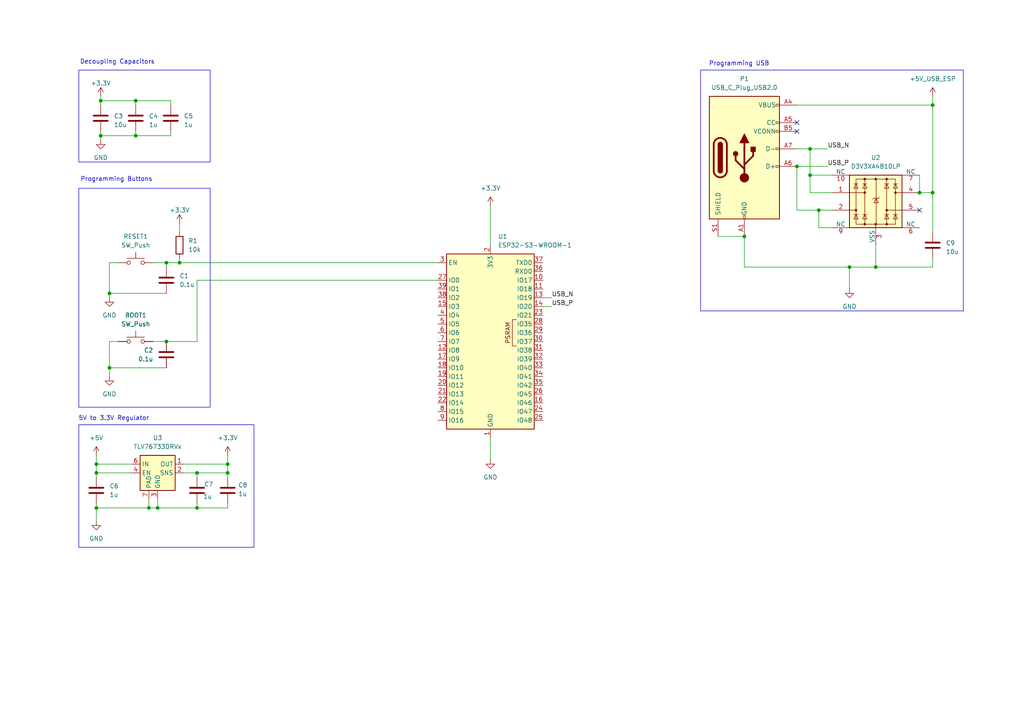
<source format=kicad_sch>
(kicad_sch (version 20231120) (generator "eeschema") (generator_version "8.0")
  (paper "A4")
  (lib_symbols
    (symbol "Connector:USB_C_Plug_USB2.0" (pin_names (offset 1.016))
      (property "Reference" "P" (at -10.16 19.05 0))
      (property "Value" "USB_C_Plug_USB2.0" (at 12.7 19.05 0))
      (symbol "USB_C_Plug_USB2.0_0_0"
        (rectangle (start -0.254 -17.78) (end 0.254 -16.764))
        (rectangle (start 10.16 -2.286) (end 9.144 -2.794))
        (rectangle (start 10.16 2.794) (end 9.144 2.286))
        (rectangle (start 10.16 7.874) (end 9.144 7.366))
        (rectangle (start 10.16 10.414) (end 9.144 9.906))
        (rectangle (start 10.16 15.494) (end 9.144 14.986))
      )
      (symbol "USB_C_Plug_USB2.0_0_1"
        (rectangle (start -10.16 17.78) (end 10.16 -17.78) (stroke (width 0.254)) (fill (type background)))
        (arc (start -8.89 -3.81) (mid -6.985 -5.7067) (end -5.08 -3.81) (stroke (width 0.508)))
        (arc (start -7.62 -3.81) (mid -6.985 -4.4423) (end -6.35 -3.81) (stroke (width 0.254)))
        (arc (start -7.62 -3.81) (mid -6.985 -4.4423) (end -6.35 -3.81) (stroke (width 0.254)) (fill (type outline)))
        (rectangle (start -7.62 -3.81) (end -6.35 3.81) (stroke (width 0.254)) (fill (type outline)))
        (arc (start -6.35 3.81) (mid -6.985 4.4423) (end -7.62 3.81) (stroke (width 0.254)))
        (arc (start -6.35 3.81) (mid -6.985 4.4423) (end -7.62 3.81) (stroke (width 0.254)) (fill (type outline)))
        (arc (start -5.08 3.81) (mid -6.985 5.7067) (end -8.89 3.81) (stroke (width 0.508)))
        (circle (center -2.54 1.143) (radius 0.635) (stroke (width 0.254)) (fill (type outline)))
        (circle (center 0 -5.842) (radius 1.27) (fill (type outline)))
        (polyline (pts (xy -8.89 -3.81) (xy -8.89 3.81)) (stroke (width 0.508)))
        (polyline (pts (xy -5.08 3.81) (xy -5.08 -3.81)) (stroke (width 0.508)))
        (polyline (pts (xy 0 -5.842) (xy 0 4.318)) (stroke (width 0.508)))
        (polyline (pts (xy 0 -3.302) (xy -2.54 -0.762) (xy -2.54 0.508)) (stroke (width 0.508)))
        (polyline (pts (xy 0 -2.032) (xy 2.54 0.508) (xy 2.54 1.778)) (stroke (width 0.508)))
        (polyline (pts (xy -1.27 4.318) (xy 0 6.858) (xy 1.27 4.318) (xy -1.27 4.318)) (stroke (width 0.254)) (fill (type outline)))
        (rectangle (start 1.905 1.778) (end 3.175 3.048) (stroke (width 0.254)) (fill (type outline)))
      )
      (symbol "USB_C_Plug_USB2.0_1_1"
        (pin passive line (at 0 -22.86 90) (length 5.08) (name "GND") (number "A1"))
        (pin passive line (at 0 -22.86 90) (length 5.08) hide (name "GND") (number "A12"))
        (pin passive line (at 15.24 15.24 180) (length 5.08) (name "VBUS") (number "A4"))
        (pin bidirectional line (at 15.24 10.16 180) (length 5.08) (name "CC") (number "A5"))
        (pin bidirectional line (at 15.24 -2.54 180) (length 5.08) (name "D+") (number "A6"))
        (pin bidirectional line (at 15.24 2.54 180) (length 5.08) (name "D-") (number "A7"))
        (pin passive line (at 15.24 15.24 180) (length 5.08) hide (name "VBUS") (number "A9"))
        (pin passive line (at 0 -22.86 90) (length 5.08) hide (name "GND") (number "B1"))
        (pin passive line (at 0 -22.86 90) (length 5.08) hide (name "GND") (number "B12"))
        (pin passive line (at 15.24 15.24 180) (length 5.08) hide (name "VBUS") (number "B4"))
        (pin bidirectional line (at 15.24 7.62 180) (length 5.08) (name "VCONN") (number "B5"))
        (pin passive line (at 15.24 15.24 180) (length 5.08) hide (name "VBUS") (number "B9"))
        (pin passive line (at -7.62 -22.86 90) (length 5.08) (name "SHIELD") (number "S1"))
      )
    )
    (symbol "Device:C" (pin_numbers hide) (pin_names (offset 0.254))
      (property "Reference" "C" (at 0.635 2.54 0))
      (property "Value" "C" (at 0.635 -2.54 0))
      (symbol "C_0_1"
        (polyline (pts (xy -2.032 -0.762) (xy 2.032 -0.762)) (stroke (width 0.508)))
        (polyline (pts (xy -2.032 0.762) (xy 2.032 0.762)) (stroke (width 0.508)))
      )
      (symbol "C_1_1"
        (pin passive line (at 0 3.81 270) (length 2.794) (name "~") (number "1"))
        (pin passive line (at 0 -3.81 90) (length 2.794) (name "~") (number "2"))
      )
    )
    (symbol "Device:R" (pin_numbers hide) (pin_names (offset 0))
      (property "Reference" "R" (at 2.032 0 90))
      (property "Value" "R" (at 0 0 90))
      (symbol "R_0_1"
        (rectangle (start -1.016 -2.54) (end 1.016 2.54) (stroke (width 0.254)))
      )
      (symbol "R_1_1"
        (pin passive line (at 0 3.81 270) (length 1.27) (name "~") (number "1"))
        (pin passive line (at 0 -3.81 90) (length 1.27) (name "~") (number "2"))
      )
    )
    (symbol "GND_1" (power) (pin_numbers hide) (pin_names (offset 0) hide)
      (property "Value" "GND" (at 0 -3.81 0))
      (symbol "GND_1_0_1"
        (polyline (pts (xy 0 0) (xy 0 -1.27) (xy 1.27 -1.27) (xy 0 -2.54) (xy -1.27 -1.27) (xy 0 -1.27)))
      )
      (symbol "GND_1_1_1"
        (pin power_in line (at 0 0 270) (length 0) (name "~") (number "1"))
      )
    )
    (symbol "Power_Protection:D3V3XA4B10LP" (pin_names (offset 0))
      (property "Reference" "U" (at -0.635 8.89 0))
      (property "Value" "D3V3XA4B10LP" (at 8.89 -10.16 0))
      (symbol "D3V3XA4B10LP_0_0"
        (rectangle (start -5.715 6.477) (end 5.715 -6.604))
        (polyline (pts (xy -3.175 -6.604) (xy -3.175 6.477)))
        (polyline (pts (xy 0.127 6.477) (xy 0.127 -6.604)))
        (polyline (pts (xy 3.175 6.477) (xy 3.175 -6.604)))
      )
      (symbol "D3V3XA4B10LP_0_1"
        (rectangle (start -7.62 7.62) (end 7.62 -7.62) (stroke (width 0.254)) (fill (type background)))
        (circle (center -5.715 -2.54) (radius 0.2794) (fill (type outline)))
        (circle (center -3.175 -6.604) (radius 0.2794) (fill (type outline)))
        (circle (center -3.175 2.54) (radius 0.2794) (fill (type outline)))
        (circle (center -3.175 6.477) (radius 0.2794) (fill (type outline)))
        (circle (center 0 -6.604) (radius 0.2794) (fill (type outline)))
        (polyline (pts (xy -7.747 2.54) (xy -3.175 2.54)))
        (polyline (pts (xy -7.62 -2.54) (xy -5.715 -2.54)))
        (polyline (pts (xy -5.08 -3.81) (xy -6.35 -3.81)))
        (polyline (pts (xy -5.08 5.08) (xy -6.35 5.08)))
        (polyline (pts (xy -2.54 -3.81) (xy -3.81 -3.81)))
        (polyline (pts (xy -2.54 5.08) (xy -3.81 5.08)))
        (polyline (pts (xy -0.508 0.889) (xy -0.889 0.635)))
        (polyline (pts (xy 0 -6.604) (xy 0 -7.62)))
        (polyline (pts (xy 0.762 0.889) (xy -0.508 0.889)))
        (polyline (pts (xy 0.762 0.889) (xy 1.143 1.143)))
        (polyline (pts (xy 3.81 -3.81) (xy 2.54 -3.81)))
        (polyline (pts (xy 3.81 5.08) (xy 2.54 5.08)))
        (polyline (pts (xy 6.35 -3.81) (xy 5.08 -3.81)))
        (polyline (pts (xy 6.35 5.08) (xy 5.08 5.08)))
        (polyline (pts (xy 7.62 -2.54) (xy 3.175 -2.54)))
        (polyline (pts (xy 7.62 2.54) (xy 5.715 2.54)))
        (polyline (pts (xy -5.08 -5.08) (xy -6.35 -5.08) (xy -5.715 -3.81) (xy -5.08 -5.08)))
        (polyline (pts (xy -5.08 3.81) (xy -6.35 3.81) (xy -5.715 5.08) (xy -5.08 3.81)))
        (polyline (pts (xy -2.54 -5.08) (xy -3.81 -5.08) (xy -3.175 -3.81) (xy -2.54 -5.08)))
        (polyline (pts (xy -2.54 3.81) (xy -3.81 3.81) (xy -3.175 5.08) (xy -2.54 3.81)))
        (polyline (pts (xy 0.762 -0.381) (xy -0.508 -0.381) (xy 0.127 0.889) (xy 0.762 -0.381)))
        (polyline (pts (xy 3.81 -5.08) (xy 2.54 -5.08) (xy 3.175 -3.81) (xy 3.81 -5.08)))
        (polyline (pts (xy 3.81 3.81) (xy 2.54 3.81) (xy 3.175 5.08) (xy 3.81 3.81)))
        (polyline (pts (xy 6.35 -5.08) (xy 5.08 -5.08) (xy 5.715 -3.81) (xy 6.35 -5.08)))
        (polyline (pts (xy 6.35 3.81) (xy 5.08 3.81) (xy 5.715 5.08) (xy 6.35 3.81)))
        (circle (center 0 6.477) (radius 0.2794) (fill (type outline)))
        (circle (center 3.175 -6.604) (radius 0.2794) (fill (type outline)))
        (circle (center 3.175 -2.54) (radius 0.2794) (fill (type outline)))
        (circle (center 3.175 6.477) (radius 0.2794) (fill (type outline)))
        (circle (center 5.715 2.54) (radius 0.2794) (fill (type outline)))
      )
      (symbol "D3V3XA4B10LP_1_1"
        (pin passive line (at -12.7 2.54 0) (length 5.08) (name "~") (number "1"))
        (pin free line (at -12.7 7.62 0) (length 5.08) (name "NC") (number "10"))
        (pin passive line (at -12.7 -2.54 0) (length 5.08) (name "~") (number "2"))
        (pin power_in line (at 0 -12.7 90) (length 5.08) (name "VSS") (number "3"))
        (pin passive line (at 12.7 2.54 180) (length 5.08) (name "~") (number "4"))
        (pin passive line (at 12.7 -2.54 180) (length 5.08) (name "~") (number "5"))
        (pin free line (at 12.7 -7.62 180) (length 5.08) (name "NC") (number "6"))
        (pin free line (at 12.7 7.62 180) (length 5.08) (name "NC") (number "7"))
        (pin passive line (at 0 -12.7 90) (length 5.08) hide (name "VSS") (number "8"))
        (pin free line (at -12.7 -7.62 0) (length 5.08) (name "NC") (number "9"))
      )
    )
    (symbol "RF_Module:ESP32-S3-WROOM-1"
      (property "Reference" "U" (at -12.7 26.67 0))
      (property "Value" "ESP32-S3-WROOM-1" (at 12.7 26.67 0))
      (symbol "ESP32-S3-WROOM-1_0_0"
        (rectangle (start -12.7 25.4) (end 12.7 -25.4) (stroke (width 0.254)) (fill (type background)))
        (text "PSRAM" (at 5.08 2.54 900) (effects (font (size 1.27 1.27))))
      )
      (symbol "ESP32-S3-WROOM-1_0_1"
        (polyline (pts (xy 7.62 -1.27) (xy 6.35 -1.27) (xy 6.35 6.35) (xy 7.62 6.35)))
      )
      (symbol "ESP32-S3-WROOM-1_1_1"
        (pin power_in line (at 0 -27.94 90) (length 2.54) (name "GND") (number "1"))
        (pin bidirectional line (at 15.24 17.78 180) (length 2.54) (name "IO17") (number "10"))
        (pin bidirectional line (at 15.24 15.24 180) (length 2.54) (name "IO18") (number "11"))
        (pin bidirectional line (at -15.24 -2.54 0) (length 2.54) (name "IO8") (number "12"))
        (pin bidirectional line (at 15.24 12.7 180) (length 2.54) (name "IO19") (number "13"))
        (pin bidirectional line (at 15.24 10.16 180) (length 2.54) (name "IO20") (number "14"))
        (pin bidirectional line (at -15.24 10.16 0) (length 2.54) (name "IO3") (number "15"))
        (pin bidirectional line (at 15.24 -17.78 180) (length 2.54) (name "IO46") (number "16"))
        (pin bidirectional line (at -15.24 -5.08 0) (length 2.54) (name "IO9") (number "17"))
        (pin bidirectional line (at -15.24 -7.62 0) (length 2.54) (name "IO10") (number "18"))
        (pin bidirectional line (at -15.24 -10.16 0) (length 2.54) (name "IO11") (number "19"))
        (pin power_in line (at 0 27.94 270) (length 2.54) (name "3V3") (number "2"))
        (pin bidirectional line (at -15.24 -12.7 0) (length 2.54) (name "IO12") (number "20"))
        (pin bidirectional line (at -15.24 -15.24 0) (length 2.54) (name "IO13") (number "21"))
        (pin bidirectional line (at -15.24 -17.78 0) (length 2.54) (name "IO14") (number "22"))
        (pin bidirectional line (at 15.24 7.62 180) (length 2.54) (name "IO21") (number "23"))
        (pin bidirectional line (at 15.24 -20.32 180) (length 2.54) (name "IO47") (number "24"))
        (pin bidirectional line (at 15.24 -22.86 180) (length 2.54) (name "IO48") (number "25"))
        (pin bidirectional line (at 15.24 -15.24 180) (length 2.54) (name "IO45") (number "26"))
        (pin bidirectional line (at -15.24 17.78 0) (length 2.54) (name "IO0") (number "27"))
        (pin bidirectional line (at 15.24 5.08 180) (length 2.54) (name "IO35") (number "28"))
        (pin bidirectional line (at 15.24 2.54 180) (length 2.54) (name "IO36") (number "29"))
        (pin input line (at -15.24 22.86 0) (length 2.54) (name "EN") (number "3"))
        (pin bidirectional line (at 15.24 0 180) (length 2.54) (name "IO37") (number "30"))
        (pin bidirectional line (at 15.24 -2.54 180) (length 2.54) (name "IO38") (number "31"))
        (pin bidirectional line (at 15.24 -5.08 180) (length 2.54) (name "IO39") (number "32"))
        (pin bidirectional line (at 15.24 -7.62 180) (length 2.54) (name "IO40") (number "33"))
        (pin bidirectional line (at 15.24 -10.16 180) (length 2.54) (name "IO41") (number "34"))
        (pin bidirectional line (at 15.24 -12.7 180) (length 2.54) (name "IO42") (number "35"))
        (pin bidirectional line (at 15.24 20.32 180) (length 2.54) (name "RXD0") (number "36"))
        (pin bidirectional line (at 15.24 22.86 180) (length 2.54) (name "TXD0") (number "37"))
        (pin bidirectional line (at -15.24 12.7 0) (length 2.54) (name "IO2") (number "38"))
        (pin bidirectional line (at -15.24 15.24 0) (length 2.54) (name "IO1") (number "39"))
        (pin bidirectional line (at -15.24 7.62 0) (length 2.54) (name "IO4") (number "4"))
        (pin passive line (at 0 -27.94 90) (length 2.54) hide (name "GND") (number "40"))
        (pin passive line (at 0 -27.94 90) (length 2.54) hide (name "GND") (number "41"))
        (pin bidirectional line (at -15.24 5.08 0) (length 2.54) (name "IO5") (number "5"))
        (pin bidirectional line (at -15.24 2.54 0) (length 2.54) (name "IO6") (number "6"))
        (pin bidirectional line (at -15.24 0 0) (length 2.54) (name "IO7") (number "7"))
        (pin bidirectional line (at -15.24 -20.32 0) (length 2.54) (name "IO15") (number "8"))
        (pin bidirectional line (at -15.24 -22.86 0) (length 2.54) (name "IO16") (number "9"))
      )
    )
    (symbol "Regulator_Linear:TLV76733DRVx"
      (property "Reference" "U" (at 0 8.89 0))
      (property "Value" "TLV76733DRVx" (at 0 6.35 0))
      (symbol "TLV76733DRVx_0_1"
        (rectangle (start -5.08 -5.08) (end 5.08 5.08) (stroke (width 0.254)) (fill (type background)))
      )
      (symbol "TLV76733DRVx_1_1"
        (pin power_out line (at 7.62 2.54 180) (length 2.54) (name "OUT") (number "1"))
        (pin input line (at 7.62 0 180) (length 2.54) (name "SNS") (number "2"))
        (pin power_in line (at 0 -7.62 90) (length 2.54) (name "GND") (number "3"))
        (pin input line (at -7.62 0 0) (length 2.54) (name "EN") (number "4"))
        (pin passive line (at 0 -7.62 90) (length 2.54) hide (name "GND") (number "5"))
        (pin power_in line (at -7.62 2.54 0) (length 2.54) (name "IN") (number "6"))
        (pin passive line (at -2.54 -7.62 90) (length 2.54) (name "PAD") (number "7"))
      )
    )
    (symbol "Switch:SW_Push" (pin_numbers hide) (pin_names (offset 1.016) hide)
      (property "Reference" "SW" (at 1.27 2.54 0))
      (property "Value" "SW_Push" (at 0 -1.524 0))
      (symbol "SW_Push_0_1"
        (circle (center -2.032 0) (radius 0.508))
        (polyline (pts (xy 0 1.27) (xy 0 3.048)))
        (polyline (pts (xy 2.54 1.27) (xy -2.54 1.27)))
        (circle (center 2.032 0) (radius 0.508))
        (pin passive line (at -5.08 0 0) (length 2.54) (name "1") (number "1"))
        (pin passive line (at 5.08 0 180) (length 2.54) (name "2") (number "2"))
      )
    )
    (symbol "power:+3.3V" (power) (pin_numbers hide) (pin_names (offset 0) hide)
      (property "Value" "+3.3V" (at 0 3.556 0))
      (symbol "+3.3V_0_1"
        (polyline (pts (xy -0.762 1.27) (xy 0 2.54)))
        (polyline (pts (xy 0 0) (xy 0 2.54)))
        (polyline (pts (xy 0 2.54) (xy 0.762 1.27)))
      )
      (symbol "+3.3V_1_1"
        (pin power_in line (at 0 0 90) (length 0) (name "~") (number "1"))
      )
    )
    (symbol "power:+5V" (power) (pin_numbers hide) (pin_names (offset 0) hide)
      (property "Value" "+5V" (at 0 3.556 0))
      (symbol "+5V_0_1"
        (polyline (pts (xy -0.762 1.27) (xy 0 2.54)))
        (polyline (pts (xy 0 0) (xy 0 2.54)))
        (polyline (pts (xy 0 2.54) (xy 0.762 1.27)))
      )
      (symbol "+5V_1_1"
        (pin power_in line (at 0 0 90) (length 0) (name "~") (number "1"))
      )
    )
    (symbol "power:GND" (power) (pin_numbers hide) (pin_names (offset 0) hide)
      (property "Value" "GND" (at 0 -3.81 0))
      (symbol "GND_0_1"
        (polyline (pts (xy 0 0) (xy 0 -1.27) (xy 1.27 -1.27) (xy 0 -2.54) (xy -1.27 -1.27) (xy 0 -1.27)))
      )
      (symbol "GND_1_1"
        (pin power_in line (at 0 0 270) (length 0) (name "~") (number "1"))
      )
    )
  )
  (junction (at 270.51 30.48))
  (junction (at 45.72 147.32))
  (junction (at 57.15 137.16))
  (junction (at 57.15 147.32))
  (junction (at 27.94 147.32))
  (junction (at 52.07 76.2))
  (junction (at 215.9 68.58))
  (junction (at 39.37 39.37))
  (junction (at 31.75 106.68))
  (junction (at 266.7 55.88))
  (junction (at 43.18 147.32))
  (junction (at 27.94 137.16))
  (junction (at 29.21 29.21))
  (junction (at 254 77.47))
  (junction (at 31.75 85.09))
  (junction (at 29.21 39.37))
  (junction (at 234.95 50.8))
  (junction (at 48.26 99.06))
  (junction (at 39.37 29.21))
  (junction (at 237.49 60.96))
  (junction (at 270.51 55.88))
  (junction (at 246.38 77.47))
  (junction (at 66.04 137.16))
  (junction (at 27.94 134.62))
  (junction (at 231.14 48.26))
  (junction (at 66.04 134.62))
  (junction (at 234.95 43.18))
  (junction (at 48.26 76.2))
  (no_connect (at 266.7 60.96))
  (no_connect (at 231.14 38.1))
  (no_connect (at 231.14 35.56))
  (wire (pts (xy 27.94 146.05) (xy 27.94 147.32)))
  (wire (pts (xy 234.95 55.88) (xy 241.3 55.88)))
  (wire (pts (xy 39.37 39.37) (xy 49.53 39.37)))
  (wire (pts (xy 27.94 138.43) (xy 27.94 137.16)))
  (wire (pts (xy 49.53 29.21) (xy 49.53 30.48)))
  (wire (pts (xy 270.51 77.47) (xy 254 77.47)))
  (wire (pts (xy 31.75 106.68) (xy 31.75 109.22)))
  (wire (pts (xy 234.95 43.18) (xy 234.95 50.8)))
  (wire (pts (xy 57.15 99.06) (xy 57.15 81.28)))
  (wire (pts (xy 31.75 86.36) (xy 31.75 85.09)))
  (wire (pts (xy 27.94 137.16) (xy 38.1 137.16)))
  (wire (pts (xy 45.72 147.32) (xy 57.15 147.32)))
  (wire (pts (xy 39.37 29.21) (xy 39.37 30.48)))
  (wire (pts (xy 48.26 99.06) (xy 44.45 99.06)))
  (wire (pts (xy 231.14 43.18) (xy 234.95 43.18)))
  (wire (pts (xy 57.15 147.32) (xy 66.04 147.32)))
  (wire (pts (xy 29.21 29.21) (xy 29.21 30.48)))
  (wire (pts (xy 48.26 76.2) (xy 52.07 76.2)))
  (wire (pts (xy 237.49 66.04) (xy 241.3 66.04)))
  (wire (pts (xy 31.75 99.06) (xy 34.29 99.06)))
  (wire (pts (xy 57.15 137.16) (xy 66.04 137.16)))
  (wire (pts (xy 29.21 39.37) (xy 39.37 39.37)))
  (wire (pts (xy 234.95 50.8) (xy 241.3 50.8)))
  (wire (pts (xy 66.04 134.62) (xy 66.04 137.16)))
  (wire (pts (xy 254 71.12) (xy 254 77.47)))
  (wire (pts (xy 39.37 29.21) (xy 49.53 29.21)))
  (wire (pts (xy 270.51 55.88) (xy 270.51 67.31)))
  (wire (pts (xy 48.26 76.2) (xy 48.26 77.47)))
  (wire (pts (xy 31.75 99.06) (xy 31.75 106.68)))
  (wire (pts (xy 27.94 147.32) (xy 43.18 147.32)))
  (wire (pts (xy 215.9 68.58) (xy 215.9 77.47)))
  (wire (pts (xy 215.9 77.47) (xy 246.38 77.47)))
  (wire (pts (xy 266.7 50.8) (xy 266.7 55.88)))
  (wire (pts (xy 27.94 151.13) (xy 27.94 147.32)))
  (wire (pts (xy 237.49 60.96) (xy 241.3 60.96)))
  (wire (pts (xy 27.94 137.16) (xy 27.94 134.62)))
  (wire (pts (xy 53.34 134.62) (xy 66.04 134.62)))
  (wire (pts (xy 57.15 81.28) (xy 127 81.28)))
  (wire (pts (xy 45.72 144.78) (xy 45.72 147.32)))
  (wire (pts (xy 52.07 64.77) (xy 52.07 67.31)))
  (wire (pts (xy 266.7 55.88) (xy 270.51 55.88)))
  (wire (pts (xy 66.04 138.43) (xy 66.04 137.16)))
  (wire (pts (xy 29.21 40.64) (xy 29.21 39.37)))
  (wire (pts (xy 237.49 60.96) (xy 237.49 66.04)))
  (wire (pts (xy 231.14 30.48) (xy 270.51 30.48)))
  (wire (pts (xy 29.21 38.1) (xy 29.21 39.37)))
  (wire (pts (xy 31.75 76.2) (xy 34.29 76.2)))
  (wire (pts (xy 57.15 138.43) (xy 57.15 137.16)))
  (wire (pts (xy 254 77.47) (xy 246.38 77.47)))
  (wire (pts (xy 270.51 27.94) (xy 270.51 30.48)))
  (wire (pts (xy 246.38 77.47) (xy 246.38 83.82)))
  (wire (pts (xy 142.24 59.69) (xy 142.24 71.12)))
  (wire (pts (xy 43.18 147.32) (xy 45.72 147.32)))
  (wire (pts (xy 57.15 147.32) (xy 57.15 146.05)))
  (wire (pts (xy 27.94 134.62) (xy 27.94 132.08)))
  (wire (pts (xy 234.95 43.18) (xy 240.03 43.18)))
  (wire (pts (xy 43.18 144.78) (xy 43.18 147.32)))
  (wire (pts (xy 27.94 134.62) (xy 38.1 134.62)))
  (wire (pts (xy 31.75 85.09) (xy 48.26 85.09)))
  (wire (pts (xy 66.04 147.32) (xy 66.04 146.05)))
  (wire (pts (xy 66.04 132.08) (xy 66.04 134.62)))
  (wire (pts (xy 53.34 137.16) (xy 57.15 137.16)))
  (wire (pts (xy 31.75 106.68) (xy 48.26 106.68)))
  (wire (pts (xy 31.75 76.2) (xy 31.75 85.09)))
  (wire (pts (xy 48.26 99.06) (xy 57.15 99.06)))
  (wire (pts (xy 49.53 38.1) (xy 49.53 39.37)))
  (wire (pts (xy 29.21 27.94) (xy 29.21 29.21)))
  (wire (pts (xy 52.07 76.2) (xy 127 76.2)))
  (wire (pts (xy 270.51 55.88) (xy 270.51 30.48)))
  (wire (pts (xy 231.14 48.26) (xy 231.14 60.96)))
  (wire (pts (xy 231.14 60.96) (xy 237.49 60.96)))
  (wire (pts (xy 44.45 76.2) (xy 48.26 76.2)))
  (wire (pts (xy 39.37 38.1) (xy 39.37 39.37)))
  (wire (pts (xy 270.51 74.93) (xy 270.51 77.47)))
  (wire (pts (xy 29.21 29.21) (xy 39.37 29.21)))
  (wire (pts (xy 208.28 68.58) (xy 215.9 68.58)))
  (wire (pts (xy 142.24 127) (xy 142.24 133.35)))
  (wire (pts (xy 231.14 48.26) (xy 240.03 48.26)))
  (wire (pts (xy 157.48 88.9) (xy 160.02 88.9)))
  (wire (pts (xy 157.48 86.36) (xy 160.02 86.36)))
  (wire (pts (xy 52.07 74.93) (xy 52.07 76.2)))
  (wire (pts (xy 234.95 50.8) (xy 234.95 55.88)))
  (rectangle (start 22.86 123.19) (end 73.66 158.75))
  (rectangle (start 22.86 54.61) (end 60.96 118.11))
  (rectangle (start 22.86 20.32) (end 60.96 46.99))
  (rectangle (start 203.2 20.32) (end 279.4 90.17))
  (text "5V to 3.3V Regulator" (at 33.02 121.412 0) (effects (font (size 1.27 1.27))))
  (text "Programming USB" (at 214.376 18.542 0) (effects (font (size 1.27 1.27))))
  (text "Programming Buttons" (at 33.782 52.07 0) (effects (font (size 1.27 1.27))))
  (text "Decoupling Capacitors\n" (at 34.036 18.034 0) (effects (font (size 1.27 1.27))))
  (label "USB_N" (at 160.02 86.36 0))
  (label "USB_P" (at 160.02 88.9 0))
  (label "USB_N" (at 240.03 43.18 0))
  (label "USB_P" (at 240.03 48.26 0))
  (symbol (lib_id "power:+5V") (at 27.94 132.08 0) (unit 1)
    (property "Reference" "#PWR09" (effects (hide yes)))
    (property "Value" "+5V" (at 27.94 127 0))
    (property "Description" "Power symbol creates a global label with name \"+5V\"" (effects (hide yes)))
  )
  (symbol (lib_id "power:+3.3V") (at 29.21 27.94 0) (unit 1)
    (property "Reference" "#PWR06" (effects (hide yes)))
    (property "Value" "+3.3V" (at 29.21 24.13 0))
  )
  (symbol (lib_id "power:GND") (at 29.21 40.64 0) (unit 1)
    (property "Reference" "#PWR07" (effects (hide yes)))
    (property "Value" "GND" (at 29.21 45.72 0))
  )
  (symbol (lib_id "Device:C") (at 48.26 102.87 0) (mirror y) (unit 1)
    (property "Reference" "C2" (at 44.45 101.5999 0) (effects (justify left)))
    (property "Value" "0.1u" (at 44.45 104.1399 0) (effects (justify left)))
    (property "Footprint" "Capacitor_SMD:C_0805_2012Metric" (effects (hide yes)))
    (property "Description" "Unpolarized capacitor" (effects (hide yes)))
  )
  (symbol (lib_id "Device:C") (at 27.94 142.24 0) (unit 1)
    (property "Reference" "C6" (at 31.75 140.9699 0) (effects (justify left)))
    (property "Value" "1u" (at 31.75 143.5099 0) (effects (justify left)))
    (property "Footprint" "Capacitor_SMD:C_0805_2012Metric" (effects (hide yes)))
    (property "Description" "Unpolarized capacitor" (effects (hide yes)))
  )
  (symbol (lib_name "GND_1") (lib_id "power:GND") (at 31.75 86.36 0) (unit 1)
    (property "Reference" "#PWR03" (effects (hide yes)))
    (property "Value" "GND" (at 31.75 91.44 0))
    (property "Description" "Power symbol creates a global label with name \"GND\" , ground" (effects (hide yes)))
  )
  (symbol (lib_id "Device:C") (at 66.04 142.24 0) (unit 1)
    (property "Reference" "C8" (at 69.088 140.716 0) (effects (justify left)))
    (property "Value" "1u" (at 69.088 143.256 0) (effects (justify left)))
    (property "Footprint" "Capacitor_SMD:C_0805_2012Metric" (effects (hide yes)))
    (property "Description" "Unpolarized capacitor" (effects (hide yes)))
  )
  (symbol (lib_id "Device:C") (at 49.53 34.29 0) (unit 1)
    (property "Reference" "C5" (at 53.34 33.655 0) (effects (justify left)))
    (property "Value" "1u" (at 53.34 36.195 0) (effects (justify left)))
    (property "Footprint" "Capacitor_SMD:C_0805_2012Metric" (effects (hide yes)))
  )
  (symbol (lib_id "Switch:SW_Push") (at 39.37 99.06 0) (mirror y) (unit 1)
    (property "Reference" "BOOT1" (at 39.37 91.44 0))
    (property "Value" "SW_Push" (at 39.37 93.98 0))
    (property "Footprint" "Button_Switch_SMD:SW_SPST_EVPBF" (effects (hide yes)))
    (property "Description" "Push button switch, generic, two pins" (effects (hide yes)))
  )
  (symbol (lib_name "GND_1") (lib_id "power:GND") (at 31.75 109.22 0) (unit 1)
    (property "Reference" "#PWR04" (effects (hide yes)))
    (property "Value" "GND" (at 31.75 114.3 0))
    (property "Description" "Power symbol creates a global label with name \"GND\" , ground" (effects (hide yes)))
  )
  (symbol (lib_id "power:+3.3V") (at 66.04 132.08 0) (unit 1)
    (property "Reference" "#PWR011" (effects (hide yes)))
    (property "Value" "+3.3V" (at 66.04 127 0))
    (property "Description" "Power symbol creates a global label with name \"+3.3V\"" (effects (hide yes)))
  )
  (symbol (lib_name "GND_1") (lib_id "power:GND") (at 27.94 151.13 0) (unit 1)
    (property "Reference" "#PWR010" (effects (hide yes)))
    (property "Value" "GND" (at 27.94 156.21 0))
    (property "Description" "Power symbol creates a global label with name \"GND\" , ground" (effects (hide yes)))
  )
  (symbol (lib_id "Device:C") (at 57.15 142.24 0) (unit 1)
    (property "Reference" "C7" (at 59.182 140.462 0) (effects (justify left)))
    (property "Value" "1u" (at 58.928 144.018 0) (effects (justify left)))
    (property "Footprint" "Capacitor_SMD:C_0805_2012Metric" (effects (hide yes)))
    (property "Description" "Unpolarized capacitor" (effects (hide yes)))
  )
  (symbol (lib_id "Device:C") (at 29.21 34.29 0) (unit 1)
    (property "Reference" "C3" (at 33.02 33.655 0) (effects (justify left)))
    (property "Value" "10u" (at 33.02 36.195 0) (effects (justify left)))
    (property "Footprint" "Capacitor_SMD:C_0805_2012Metric" (effects (hide yes)))
  )
  (symbol (lib_id "Switch:SW_Push") (at 39.37 76.2 0) (unit 1)
    (property "Reference" "RESET1" (at 39.37 68.58 0))
    (property "Value" "SW_Push" (at 39.37 71.12 0))
    (property "Footprint" "Button_Switch_SMD:SW_SPST_EVPBF" (effects (hide yes)))
    (property "Description" "Push button switch, generic, two pins" (effects (hide yes)))
  )
  (symbol (lib_id "Power_Protection:D3V3XA4B10LP") (at 254 58.42 0) (unit 1)
    (property "Reference" "U2" (at 254 45.72 0))
    (property "Value" "D3V3XA4B10LP" (at 254 48.26 0))
    (property "Footprint" "Package_DFN_QFN:Diodes_UDFN-10_1.0x2.5mm_P0.5mm" (effects (hide yes)))
    (property "Datasheet" "https://www.diodes.com/assets/Datasheets/D3V3XA4B10LP.pdf" (effects (hide yes)))
    (property "Description" "4-Channel Low Capacitance TVS Diode Array, DFN-10" (effects (hide yes)))
  )
  (symbol (lib_id "Device:C") (at 39.37 34.29 0) (unit 1)
    (property "Reference" "C4" (at 43.18 33.655 0) (effects (justify left)))
    (property "Value" "1u" (at 43.18 36.195 0) (effects (justify left)))
    (property "Footprint" "Capacitor_SMD:C_0805_2012Metric" (effects (hide yes)))
  )
  (symbol (lib_id "RF_Module:ESP32-S3-WROOM-1") (at 142.24 99.06 0) (unit 1)
    (property "Reference" "U1" (at 144.4341 68.58 0) (effects (justify left)))
    (property "Value" "ESP32-S3-WROOM-1" (at 144.4341 71.12 0) (effects (justify left)))
    (property "Footprint" "RF_Module:ESP32-S3-WROOM-1" (effects (hide yes)))
    (property "Datasheet" "https://www.espressif.com/sites/default/files/documentation/esp32-s3-wroom-1_wroom-1u_datasheet_en.pdf" (effects (hide yes)))
    (property "Description" "RF Module, ESP32-S3 SoC, Wi-Fi 802.11b/g/n, Bluetooth, BLE, 32-bit, 3.3V, onboard antenna, SMD" (effects (hide yes)))
  )
  (symbol (lib_id "power:+3.3V") (at 142.24 59.69 0) (unit 1)
    (property "Reference" "#PWR01" (effects (hide yes)))
    (property "Value" "+3.3V" (at 142.24 54.61 0))
    (property "Description" "Power symbol creates a global label with name \"+3.3V\"" (effects (hide yes)))
  )
  (symbol (lib_id "power:GND") (at 246.38 83.82 0) (unit 1)
    (property "Reference" "#PWR08" (effects (hide yes)))
    (property "Value" "GND" (at 246.38 88.9 0))
  )
  (symbol (lib_id "Connector:USB_C_Plug_USB2.0") (at 215.9 45.72 0) (unit 1)
    (property "Reference" "P1" (at 215.9 22.86 0))
    (property "Value" "USB_C_Plug_USB2.0" (at 215.9 25.4 0))
    (property "Footprint" "Connector_USB:USB_C_Receptacle_GCT_USB4110" (effects (hide yes)))
    (property "Datasheet" "https://www.usb.org/sites/default/files/documents/usb_type-c.zip" (effects (hide yes)))
    (property "Description" "USB 2.0-only Type-C Plug connector" (effects (hide yes)))
  )
  (symbol (lib_id "Device:C") (at 270.51 71.12 0) (unit 1)
    (property "Reference" "C9" (at 274.32 70.485 0) (effects (justify left)))
    (property "Value" "10u" (at 274.32 73.025 0) (effects (justify left)))
    (property "Footprint" "Capacitor_SMD:C_0805_2012Metric" (effects (hide yes)))
  )
  (symbol (lib_id "power:+3.3V") (at 52.07 64.77 0) (unit 1)
    (property "Reference" "#PWR05" (effects (hide yes)))
    (property "Value" "+3.3V" (at 52.07 60.96 0))
  )
  (symbol (lib_id "power:+5V") (at 270.51 27.94 0) (unit 1)
    (property "Reference" "#PWR5VUSB_ESP01" (effects (hide yes)))
    (property "Value" "+5V_USB_ESP" (at 270.51 22.86 0))
    (property "Description" "Power symbol creates a global label with name \"+5V\"" (effects (hide yes)))
  )
  (symbol (lib_id "Device:C") (at 48.26 81.28 0) (unit 1)
    (property "Reference" "C1" (at 52.07 80.0099 0) (effects (justify left)))
    (property "Value" "0.1u" (at 52.07 82.5499 0) (effects (justify left)))
    (property "Footprint" "Capacitor_SMD:C_0805_2012Metric" (effects (hide yes)))
    (property "Description" "Unpolarized capacitor" (effects (hide yes)))
  )
  (symbol (lib_id "Device:R") (at 52.07 71.12 0) (unit 1)
    (property "Reference" "R1" (at 54.61 69.8499 0) (effects (justify left)))
    (property "Value" "10k" (at 54.61 72.3899 0) (effects (justify left)))
    (property "Footprint" "Resistor_SMD:R_0805_2012Metric" (effects (hide yes)))
    (property "Description" "Resistor" (effects (hide yes)))
  )
  (symbol (lib_id "power:GND") (at 142.24 133.35 0) (unit 1)
    (property "Reference" "#PWR02" (effects (hide yes)))
    (property "Value" "GND" (at 142.24 138.43 0))
    (property "Description" "Power symbol creates a global label with name \"GND\" , ground" (effects (hide yes)))
  )
  (symbol (lib_id "Regulator_Linear:TLV76733DRVx") (at 45.72 137.16 0) (unit 1)
    (property "Reference" "U3" (at 45.72 127 0))
    (property "Value" "TLV76733DRVx" (at 45.72 129.54 0))
    (property "Footprint" "Package_SON:WSON-6-1EP_2x2mm_P0.65mm_EP1x1.6mm_ThermalVias" (effects (hide yes)))
    (property "Datasheet" "www.ti.com/lit/gpn/TLV767" (effects (hide yes)))
  )
)
</source>
